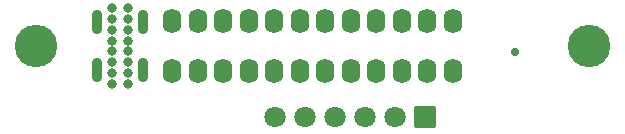
<source format=gts>
G04*
G04 #@! TF.GenerationSoftware,Altium Limited,Altium Designer,25.5.2 (35)*
G04*
G04 Layer_Color=8388736*
%FSLAX44Y44*%
%MOMM*%
G71*
G04*
G04 #@! TF.SameCoordinates,449EA512-5FDF-437D-9D79-FEBFBDB7331F*
G04*
G04*
G04 #@! TF.FilePolarity,Negative*
G04*
G01*
G75*
%ADD12C,3.6000*%
%ADD13O,1.6000X2.1000*%
%ADD14O,0.9000X2.1000*%
%ADD15C,0.8000*%
G04:AMPARAMS|DCode=16|XSize=1.8mm|YSize=1.8mm|CornerRadius=0.1mm|HoleSize=0mm|Usage=FLASHONLY|Rotation=180.000|XOffset=0mm|YOffset=0mm|HoleType=Round|Shape=RoundedRectangle|*
%AMROUNDEDRECTD16*
21,1,1.8000,1.6000,0,0,180.0*
21,1,1.6000,1.8000,0,0,180.0*
1,1,0.2000,-0.8000,0.8000*
1,1,0.2000,0.8000,0.8000*
1,1,0.2000,0.8000,-0.8000*
1,1,0.2000,-0.8000,-0.8000*
%
%ADD16ROUNDEDRECTD16*%
%ADD17C,1.8000*%
%ADD18C,0.7032*%
D12*
X-234000Y-0D02*
D03*
X234122D02*
D03*
D13*
X-118684Y21463D02*
D03*
X-97094D02*
D03*
X-75504D02*
D03*
X-53914D02*
D03*
X-32324D02*
D03*
X-10734D02*
D03*
X10856D02*
D03*
X32446D02*
D03*
X54036D02*
D03*
X75626D02*
D03*
X97216D02*
D03*
X118806D02*
D03*
X-118684Y-21463D02*
D03*
X-97094D02*
D03*
X-75504D02*
D03*
X-53914D02*
D03*
X-32324D02*
D03*
X-10734D02*
D03*
X10856D02*
D03*
X32446D02*
D03*
X54036D02*
D03*
X75626D02*
D03*
X97216D02*
D03*
X118806D02*
D03*
D14*
X-182300Y-20000D02*
D03*
Y20000D02*
D03*
X-143700D02*
D03*
Y-20000D02*
D03*
D15*
X-156000Y-32500D02*
D03*
Y-23000D02*
D03*
Y-13500D02*
D03*
Y-4500D02*
D03*
Y4500D02*
D03*
Y13500D02*
D03*
Y23000D02*
D03*
Y32500D02*
D03*
X-170000D02*
D03*
Y23000D02*
D03*
Y13500D02*
D03*
Y4500D02*
D03*
Y-4500D02*
D03*
Y-13500D02*
D03*
Y-23000D02*
D03*
Y-32500D02*
D03*
D16*
X95000Y-59750D02*
D03*
D17*
X-32000D02*
D03*
X69600Y-59750D02*
D03*
X44200Y-59750D02*
D03*
X18800Y-59750D02*
D03*
X-6600Y-59750D02*
D03*
D18*
X171250Y-5000D02*
D03*
M02*

</source>
